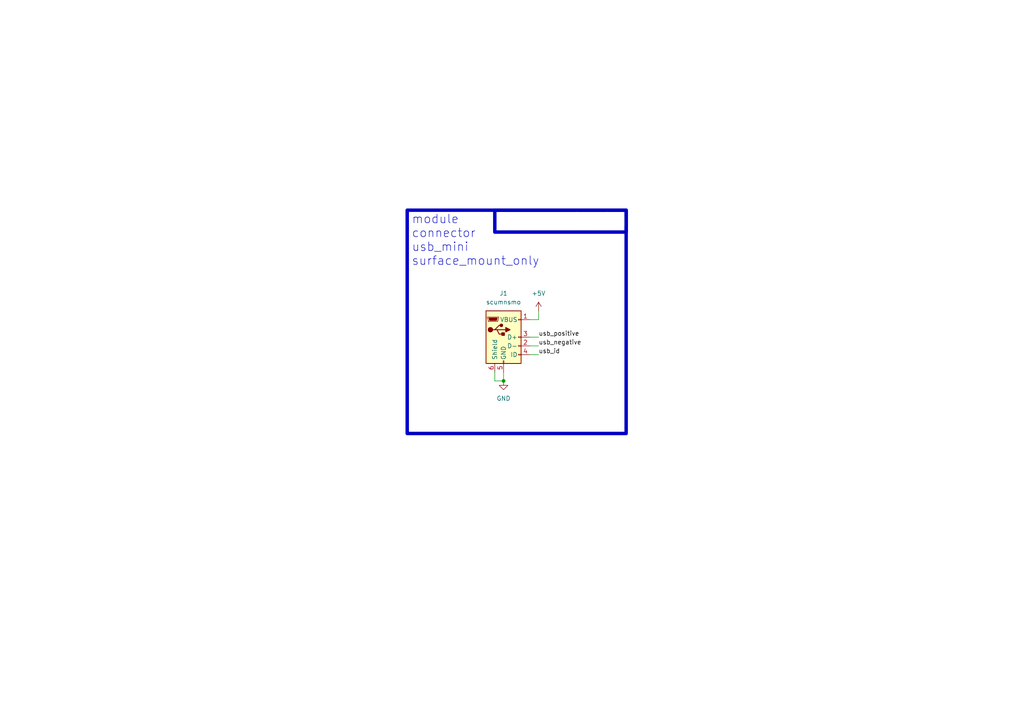
<source format=kicad_sch>
(kicad_sch (version 20230121) (generator eeschema)
  (paper "A4")
  (lib_symbols
    (symbol "oomlout_oomp_part_symbols:scumnsmo_electronic_socket_usb_mini_surface_mount_only" (pin_names (offset 1.016))
      (property "Reference" "J" (at -5.08 11.43 0))
      (property "Value" "scumnsmo_electronic_socket_usb_mini_surface_mount_only" (at -5.08 8.89 0))
      (symbol "scumnsmo_electronic_socket_usb_mini_surface_mount_only_0_1"
        (rectangle (start -5.08 -7.62) (end 5.08 7.62) (stroke (width 0.254)) (fill (type background)))
        (circle (center -3.81 2.159) (radius 0.635) (stroke (width 0.254)) (fill (type outline)))
        (circle (center -0.635 3.429) (radius 0.381) (stroke (width 0.254)) (fill (type outline)))
        (rectangle (start -0.127 -7.62) (end 0.127 -6.858))
        (polyline (pts (xy -1.905 2.159) (xy 0.635 2.159)) (stroke (width 0.254)))
        (polyline (pts (xy -3.175 2.159) (xy -2.54 2.159) (xy -1.27 3.429) (xy -0.635 3.429)) (stroke (width 0.254)))
        (polyline (pts (xy -2.54 2.159) (xy -1.905 2.159) (xy -1.27 0.889) (xy 0 0.889)) (stroke (width 0.254)))
        (polyline (pts (xy 0.635 2.794) (xy 0.635 1.524) (xy 1.905 2.159) (xy 0.635 2.794)) (stroke (width 0.254)) (fill (type outline)))
        (polyline (pts (xy -4.318 5.588) (xy -1.778 5.588) (xy -2.032 4.826) (xy -4.064 4.826) (xy -4.318 5.588)) (fill (type outline)))
        (polyline (pts (xy -4.699 5.842) (xy -4.699 5.588) (xy -4.445 4.826) (xy -4.445 4.572) (xy -1.651 4.572) (xy -1.651 4.826) (xy -1.397 5.588) (xy -1.397 5.842) (xy -4.699 5.842)))
        (rectangle (start 0.254 1.27) (end -0.508 0.508) (stroke (width 0.254)) (fill (type outline)))
        (rectangle (start 5.08 -5.207) (end 4.318 -4.953))
        (rectangle (start 5.08 -2.667) (end 4.318 -2.413))
        (rectangle (start 5.08 -0.127) (end 4.318 0.127))
        (rectangle (start 5.08 4.953) (end 4.318 5.207))
      )
      (symbol "scumnsmo_electronic_socket_usb_mini_surface_mount_only_1_1"
        (pin power_out line (at 7.62 5.08 180) (length 2.54) (name "VBUS") (number "1"))
        (pin bidirectional line (at 7.62 -2.54 180) (length 2.54) (name "D-") (number "2"))
        (pin bidirectional line (at 7.62 0 180) (length 2.54) (name "D+") (number "3"))
        (pin passive line (at 7.62 -5.08 180) (length 2.54) (name "ID") (number "4"))
        (pin power_out line (at 0 -10.16 90) (length 2.54) (name "GND") (number "5"))
        (pin passive line (at -2.54 -10.16 90) (length 2.54) (name "Shield") (number "6"))
      )
    )
    (symbol "power:+5V" (power) (pin_names (offset 0))
      (property "Value" "+5V" (at 0 3.556 0))
      (symbol "+5V_0_1"
        (polyline (pts (xy -0.762 1.27) (xy 0 2.54)))
        (polyline (pts (xy 0 0) (xy 0 2.54)))
        (polyline (pts (xy 0 2.54) (xy 0.762 1.27)))
      )
      (symbol "+5V_1_1"
        (pin power_in line (at 0 0 90) (length 0) hide (name "+5V") (number "1"))
      )
    )
    (symbol "power:GND" (power) (pin_names (offset 0))
      (property "Value" "GND" (at 0 -3.81 0))
      (symbol "GND_0_1"
        (polyline (pts (xy 0 0) (xy 0 -1.27) (xy 1.27 -1.27) (xy 0 -2.54) (xy -1.27 -1.27) (xy 0 -1.27)))
      )
      (symbol "GND_1_1"
        (pin power_in line (at 0 0 270) (length 0) hide (name "GND") (number "1"))
      )
    )
  )
  (junction (at 146.05 110.49))
  (wire (pts (xy 153.67 102.87) (xy 156.21 102.87)))
  (wire (pts (xy 146.05 107.95) (xy 146.05 110.49)))
  (wire (pts (xy 156.21 90.17) (xy 156.21 92.71)))
  (wire (pts (xy 153.67 97.79) (xy 156.21 97.79)))
  (wire (pts (xy 143.51 110.49) (xy 146.05 110.49)))
  (wire (pts (xy 153.67 92.71) (xy 156.21 92.71)))
  (wire (pts (xy 143.51 107.95) (xy 143.51 110.49)))
  (wire (pts (xy 153.67 100.33) (xy 156.21 100.33)))
  (rectangle (start 118.11 60.96) (end 181.61 125.73) (stroke (width 1)))
  (rectangle (start 143.51 60.96) (end 181.61 67.31) (stroke (width 1)) (fill (type color)))
  (text "usb_mini" (at 181.61 66.04 0) (effects (font (size 3 3) (thickness 0.8) bold) (justify right bottom)))
  (text "name" (at 146.05 67.31 90) (effects (font (size 1.27 1.27) (thickness 0.254) bold) (justify left bottom)))
  (text "module\nconnector\nusb_mini\nsurface_mount_only\n\n" (at 119.38 81.28 0) (effects (font (size 2.5 2.5)) (justify left bottom)))
  (label "usb_id" (at 156.21 102.87 0))
  (label "usb_positive" (at 156.21 97.79 0))
  (label "usb_negative" (at 156.21 100.33 0))
  (symbol (lib_id "power:GND") (at 146.05 110.49 0) (unit 1)
    (property "Reference" "#PWR01" (effects hide))
    (property "Value" "GND" (at 146.05 115.57 0))
  )
  (symbol (lib_id "power:+5V") (at 156.21 90.17 0) (unit 1)
    (property "Reference" "#PWR02" (effects hide))
    (property "Value" "+5V" (at 156.21 85.09 0))
  )
  (symbol (lib_id "oomlout_oomp_part_symbols:scumnsmo_electronic_socket_usb_mini_surface_mount_only") (at 146.05 97.79 0) (unit 1)
    (property "Reference" "J1" (at 146.05 85.09 0))
    (property "Value" "scumnsmo" (at 146.05 87.63 0))
    (property "Footprint" "oomlout_oomp_part_footprints:scumnsmo_electronic_socket_usb_mini_surface_mount_only" (effects hide))
    (property "Datasheet" "https://github.com/oomlout/oomlout_oomp_v3/parts/electronic_socket_usb_mini_surface_mount_only/datasheet.pdf" (effects hide))
  )
)
</source>
